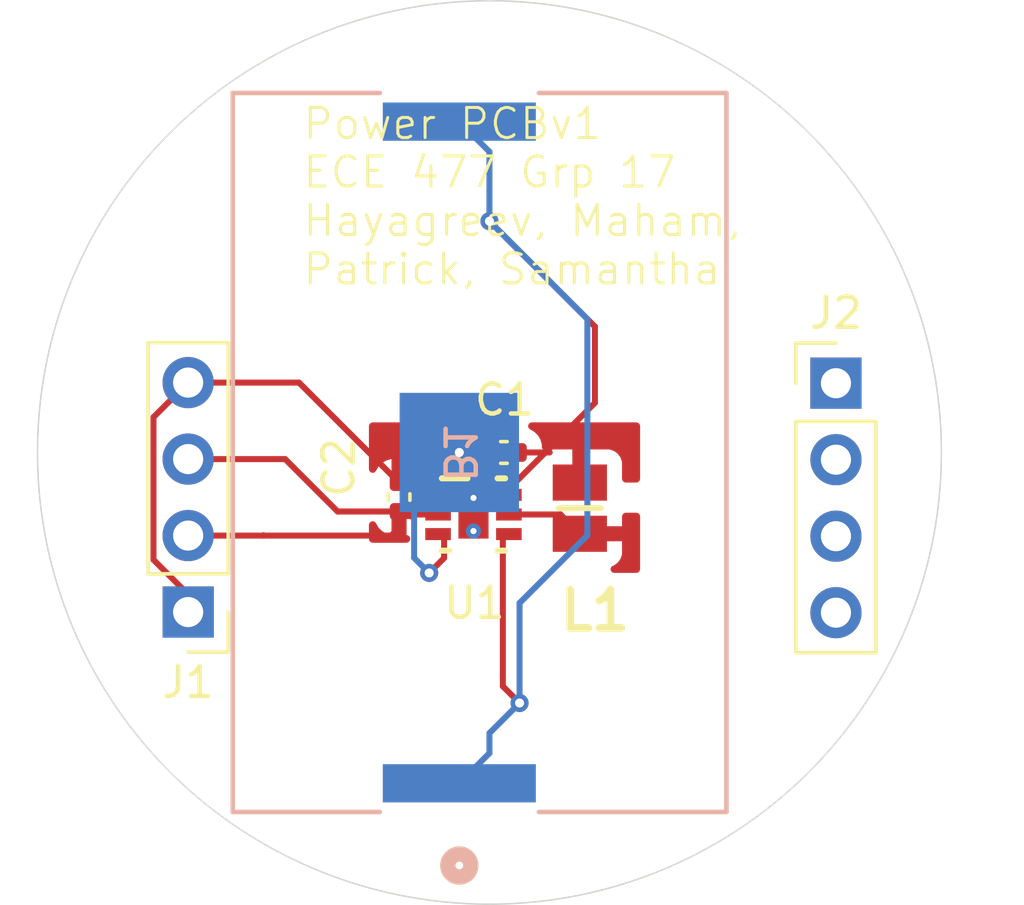
<source format=kicad_pcb>
(kicad_pcb (version 20221018) (generator pcbnew)
  (layers (0 "F.Cu" signal) (31 "B.Cu" power) (34 "B.Paste" user) (35 "F.Paste" user) (36 "B.SilkS" user "B.Silkscreen") (37 "F.SilkS" user "F.Silkscreen") (38 "B.Mask" user) (39 "F.Mask" user) (44 "Edge.Cuts" user))
  (net 0 "")
  (net 1 "GND")
  (net 2 "/Vout+")
  (net 3 "Net-(U1-EN)")
  (net 4 "Net-(U1-SW)")
  (footprint "Connector_PinHeader_2.54mm:PinHeader_1x04_P2.54mm_Vertical" (layer "F.Cu") (at 144 100.13)
    (fp_text reference "J2" (at 0 -2.33) (layer "F.SilkS"))
    (fp_text value "Conn_01x04_Pin")
    (fp_line (start -1.33 -1.33) (end 0 -1.33) (stroke (width 0.12)) (layer "F.SilkS"))
    (fp_line (start -1.33 0) (end -1.33 -1.33) (stroke (width 0.12)) (layer "F.SilkS"))
    (fp_line (start -1.33 1.27) (end -1.33 8.95) (stroke (width 0.12)) (layer "F.SilkS"))
    (fp_line (start -1.33 1.27) (end 1.33 1.27) (stroke (width 0.12)) (layer "F.SilkS"))
    (fp_line (start -1.33 8.95) (end 1.33 8.95) (stroke (width 0.12)) (layer "F.SilkS"))
    (fp_line (start 1.33 1.27) (end 1.33 8.95) (stroke (width 0.12)) (layer "F.SilkS"))
    (pad "1" thru_hole rect (at 0 0) (size 1.7 1.7) (drill 1) (layers "*.Cu" "*.Mask"))
    (pad "2" thru_hole oval (at 0 2.54) (size 1.7 1.7) (drill 1) (layers "*.Cu" "*.Mask"))
    (pad "3" thru_hole oval (at 0 5.08) (size 1.7 1.7) (drill 1) (layers "*.Cu" "*.Mask"))
    (pad "4" thru_hole oval (at 0 7.62) (size 1.7 1.7) (drill 1) (layers "*.Cu" "*.Mask"))
  )
  (footprint "Connector_PinHeader_2.54mm:PinHeader_1x04_P2.54mm_Vertical" (layer "F.Cu") (at 122.5 107.73 180)
    (fp_text reference "J1" (at 0 -2.33) (layer "F.SilkS"))
    (fp_text value "Conn_01x04_Pin")
    (fp_line (start -1.33 -1.33) (end 0 -1.33) (stroke (width 0.12)) (layer "F.SilkS"))
    (fp_line (start -1.33 0) (end -1.33 -1.33) (stroke (width 0.12)) (layer "F.SilkS"))
    (fp_line (start -1.33 1.27) (end -1.33 8.95) (stroke (width 0.12)) (layer "F.SilkS"))
    (fp_line (start -1.33 1.27) (end 1.33 1.27) (stroke (width 0.12)) (layer "F.SilkS"))
    (fp_line (start -1.33 8.95) (end 1.33 8.95) (stroke (width 0.12)) (layer "F.SilkS"))
    (fp_line (start 1.33 1.27) (end 1.33 8.95) (stroke (width 0.12)) (layer "F.SilkS"))
    (pad "1" thru_hole rect (at 0 0 180) (size 1.7 1.7) (drill 1) (layers "*.Cu" "*.Mask") (net 1 "GND"))
    (pad "2" thru_hole oval (at 0 2.54 180) (size 1.7 1.7) (drill 1) (layers "*.Cu" "*.Mask") (net 2 "/Vout+"))
    (pad "3" thru_hole oval (at 0 5.08 180) (size 1.7 1.7) (drill 1) (layers "*.Cu" "*.Mask") (net 2 "/Vout+"))
    (pad "4" thru_hole oval (at 0 7.62 180) (size 1.7 1.7) (drill 1) (layers "*.Cu" "*.Mask") (net 1 "GND"))
  )
  (footprint "TPS610995DRVR:DRV0006A" (layer "F.Cu") (at 131.969999 104.49)
    (fp_text reference "U1" (at 0.030001 2.94 unlocked) (layer "F.SilkS"))
    (fp_text value "TPS610995DRVR" hide)
    (fp_line (start -1.05 -1.2) (end -0.2 -1.2) (stroke (width 0.2)) (layer "F.SilkS"))
    (fp_line (start -1.05 1.2) (end -0.800001 1.2) (stroke (width 0.2)) (layer "F.SilkS"))
    (fp_line (start 0.800001 -1.2) (end 1.05 -1.2) (stroke (width 0.2)) (layer "F.SilkS"))
    (fp_line (start 0.800001 1.2) (end 1.05 1.2) (stroke (width 0.2)) (layer "F.SilkS"))
    (pad "1" smd rect (at -1.174999 -0.650001 90) (size 0.399999 0.849999) (layers "F.Cu" "F.Paste" "F.Mask") (net 1 "GND"))
    (pad "2" smd rect (at -1.174999 0 90) (size 0.399999 0.849999) (layers "F.Cu" "F.Paste" "F.Mask") (net 2 "/Vout+"))
    (pad "3" smd rect (at -1.174999 0.649999 90) (size 0.399999 0.849999) (layers "F.Cu" "F.Paste" "F.Mask") (net 1 "GND"))
    (pad "4" smd rect (at 1.174999 0.649999 90) (size 0.399999 0.849999) (layers "F.Cu" "F.Paste" "F.Mask") (net 3 "Net-(U1-EN)"))
    (pad "5" smd rect (at 1.174999 0 90) (size 0.399999 0.849999) (layers "F.Cu" "F.Paste" "F.Mask") (net 4 "Net-(U1-SW)"))
    (pad "6" smd rect (at 1.175 -0.650001 90) (size 0.399998 0.849998) (layers "F.Cu" "F.Paste" "F.Mask") (net 3 "Net-(U1-EN)"))
    (pad "7" smd rect (at 0 0) (size 1 1.599999) (layers "F.Cu" "F.Paste" "F.Mask") (net 1 "GND"))
    (pad "V" thru_hole circle (at 0 -0.549999) (size 0.499999 0.499999) (drill 0.2032) (layers "*.Cu" "*.Mask") (net 1 "GND"))
    (pad "V" thru_hole circle (at 0 0.549999) (size 0.499999 0.499999) (drill 0.2032) (layers "*.Cu" "*.Mask") (net 1 "GND"))
  )
  (footprint "Capacitor_SMD:C_0402_1005Metric" (layer "F.Cu") (at 132.98 102.43 180)
    (fp_text reference "C1" (at -0.02 1.75 180) (layer "F.SilkS"))
    (fp_text value "10uF")
    (fp_line (start -0.107836 -0.36) (end 0.107836 -0.36) (stroke (width 0.12)) (layer "F.SilkS"))
    (fp_line (start -0.107836 0.36) (end 0.107836 0.36) (stroke (width 0.12)) (layer "F.SilkS"))
    (pad "1" smd roundrect (at -0.48 0 180) (size 0.56 0.62) (layers "F.Cu" "F.Paste" "F.Mask") (net 3 "Net-(U1-EN)"))
    (pad "2" smd roundrect (at 0.48 0 180) (size 0.56 0.62) (layers "F.Cu" "F.Paste" "F.Mask") (net 1 "GND"))
  )
  (footprint "Inductor_TFM:INDC2016X100N" (layer "F.Cu") (at 135.5 104.28 -90)
    (fp_text reference "L1" (at 3.4 -0.5 -180) (layer "F.SilkS") (effects (font (size 1.27 1.27) (thickness 0.254))))
    (fp_text value "TFM201610GHM-2R2MTAA" hide)
    (fp_line (start 0 -0.7) (end 0 0.7) (stroke (width 0.2)) (layer "F.SilkS"))
    (pad "1" smd rect (at -0.85 0 270) (size 1.2 1.8) (layers "F.Cu" "F.Paste" "F.Mask") (net 3 "Net-(U1-EN)"))
    (pad "2" smd rect (at 0.85 0 270) (size 1.2 1.8) (layers "F.Cu" "F.Paste" "F.Mask") (net 4 "Net-(U1-SW)"))
  )
  (footprint "Capacitor_SMD:C_0402_1005Metric" (layer "F.Cu") (at 129.5 103.91 90)
    (fp_text reference "C2" (at 0.98 -2 90) (layer "F.SilkS"))
    (fp_text value "10uF")
    (fp_line (start -0.107836 -0.36) (end 0.107836 -0.36) (stroke (width 0.12)) (layer "F.SilkS"))
    (fp_line (start -0.107836 0.36) (end 0.107836 0.36) (stroke (width 0.12)) (layer "F.SilkS"))
    (pad "1" smd roundrect (at -0.48 0 90) (size 0.56 0.62) (layers "F.Cu" "F.Paste" "F.Mask") (net 2 "/Vout+"))
    (pad "2" smd roundrect (at 0.48 0 90) (size 0.56 0.62) (layers "F.Cu" "F.Paste" "F.Mask") (net 1 "GND"))
  )
  (footprint "3034:3034_KEY" (layer "B.Cu") (at 132.1731 102.43 90)
    (fp_text reference "B1" (at 0 -0.6731 270 unlocked) (layer "B.SilkS") (effects (justify mirror)))
    (fp_text value "3034")
    (fp_line (start -11.938 -8.1915) (end 11.938 -8.1915) (stroke (width 0.1524)) (layer "B.SilkS"))
    (fp_line (start -11.938 -3.312647) (end -11.938 -8.1915) (stroke (width 0.1524)) (layer "B.SilkS"))
    (fp_line (start -11.938 8.1915) (end -11.938 1.966447) (stroke (width 0.1524)) (layer "B.SilkS"))
    (fp_line (start 11.938 -8.1915) (end 11.938 -3.312647) (stroke (width 0.1524)) (layer "B.SilkS"))
    (fp_line (start 11.938 1.966447) (end 11.938 8.1915) (stroke (width 0.1524)) (layer "B.SilkS"))
    (fp_line (start 11.938 8.1915) (end -11.938 8.1915) (stroke (width 0.1524)) (layer "B.SilkS"))
    (fp_circle (center -13.716 -0.6731) (end -13.335 -0.6731) (stroke (width 0.508)) (fill none) (layer "B.SilkS"))
    (fp_circle (center -13.716 -0.6731) (end -13.335 -0.6731) (stroke (width 0.508)) (fill none) (layer "F.SilkS"))
    (pad "1" smd rect (at -10.9855 -0.6731 90) (size 1.27 5.08) (layers "B.Cu" "B.Paste" "B.Mask") (net 3 "Net-(U1-EN)"))
    (pad "2" smd rect (at 10.9855 -0.6731 90) (size 1.27 5.08) (layers "B.Cu" "B.Paste" "B.Mask") (net 3 "Net-(U1-EN)"))
    (pad "3" smd rect (at 0 -0.6731 90) (size 3.9624 3.9624) (layers "B.Cu" "B.Paste" "B.Mask") (net 1 "GND"))
  )
  (gr_circle (center 132.5 102.43) (end 141.5 114.43) (stroke (width 0.05)) (fill none) (layer "Edge.Cuts"))
  (gr_text "Power PCBv1\nECE 477 Grp 17\nHayagreev, Maham, \nPatrick, Samantha" (at 126.25 96.93) (layer "F.SilkS") (effects (font (size 1 1) (thickness 0.1)) (justify left bottom)))
  (segment (start 126.18 100.11) (end 129.5 103.43) (width 0.2) (layer "F.Cu") (net 1))
  (segment (start 130.995 105.935) (end 130.5 106.43) (width 0.2) (layer "F.Cu") (net 1))
  (segment (start 132.5 102.43) (end 131.5 102.43) (width 0.2) (layer "F.Cu") (net 1))
  (segment (start 130.995 102.935) (end 131.5 102.43) (width 0.2) (layer "F.Cu") (net 1))
  (segment (start 122.5 100.11) (end 126.18 100.11) (width 0.2) (layer "F.Cu") (net 1))
  (segment (start 130.995 105.139999) (end 130.995 105.935) (width 0.2) (layer "F.Cu") (net 1))
  (segment (start 130.745001 103.59) (end 130.995 103.839999) (width 0.2) (layer "F.Cu") (net 1))
  (segment (start 129.5 103.59) (end 130.745001 103.59) (width 0.2) (layer "F.Cu") (net 1))
  (segment (start 121.35 101.26) (end 122.5 100.11) (width 0.2) (layer "F.Cu") (net 1))
  (segment (start 121.35 105.992763) (end 121.35 101.26) (width 0.2) (layer "F.Cu") (net 1))
  (segment (start 122.5 107.73) (end 122.5 107.142763) (width 0.2) (layer "F.Cu") (net 1))
  (segment (start 122.5 107.142763) (end 121.35 105.992763) (width 0.2) (layer "F.Cu") (net 1))
  (segment (start 130.995 103.839999) (end 130.995 102.935) (width 0.2) (layer "F.Cu") (net 1))
  (via (at 130.5 106.43) (size 0.6) (drill 0.3) (layers "F.Cu" "B.Cu") (net 1))
  (via (at 131.5 102.43) (size 0.6) (drill 0.3) (layers "F.Cu" "B.Cu") (net 1))
  (segment (start 130 103.93) (end 131.5 102.43) (width 0.2) (layer "B.Cu") (net 1))
  (segment (start 130 105.93) (end 130 103.93) (width 0.2) (layer "B.Cu") (net 1))
  (segment (start 130.5 106.43) (end 130 105.93) (width 0.2) (layer "B.Cu") (net 1))
  (segment (start 125.01 105.19) (end 129.24 105.19) (width 0.2) (layer "F.Cu") (net 2))
  (segment (start 122.5 105.19) (end 125.01 105.19) (width 0.2) (layer "F.Cu") (net 2))
  (segment (start 125 105.18) (end 125.01 105.19) (width 0.2) (layer "F.Cu") (net 2))
  (segment (start 125.72 102.65) (end 127.46 104.39) (width 0.2) (layer "F.Cu") (net 2))
  (segment (start 130.995 104.49) (end 129.76 104.49) (width 0.2) (layer "F.Cu") (net 2))
  (segment (start 122.5 102.65) (end 125.72 102.65) (width 0.2) (layer "F.Cu") (net 2))
  (segment (start 129.5 104.93) (end 129.5 104.39) (width 0.2) (layer "F.Cu") (net 2))
  (segment (start 129.76 104.49) (end 129.5 104.23) (width 0.2) (layer "F.Cu") (net 2))
  (segment (start 129.24 105.19) (end 129.5 104.93) (width 0.2) (layer "F.Cu") (net 2))
  (segment (start 127.46 104.39) (end 129.5 104.39) (width 0.2) (layer "F.Cu") (net 2))
  (segment (start 132.944998 110.194998) (end 132.944998 105.139999) (width 0.2) (layer "F.Cu") (net 3))
  (segment (start 133.5 110.75) (end 132.944998 110.194998) (width 0.2) (layer "F.Cu") (net 3))
  (segment (start 136 100.784997) (end 132.944998 103.839999) (width 0.2) (layer "F.Cu") (net 3))
  (segment (start 136 98.25) (end 136 100.784997) (width 0.2) (layer "F.Cu") (net 3))
  (segment (start 133.46 102.43) (end 134.5 102.43) (width 0.2) (layer "F.Cu") (net 3))
  (segment (start 132.5 94.75) (end 136 98.25) (width 0.2) (layer "F.Cu") (net 3))
  (via (at 133.5 110.75) (size 0.6) (drill 0.3) (layers "F.Cu" "B.Cu") (net 3))
  (via (at 132.5 94.75) (size 0.6) (drill 0.3) (layers "F.Cu" "B.Cu") (net 3))
  (segment (start 133.5 110.75) (end 133.5 107.43) (width 0.2) (layer "B.Cu") (net 3))
  (segment (start 132.5 112.4155) (end 131.5 113.4155) (width 0.2) (layer "B.Cu") (net 3))
  (segment (start 132.5 92.4445) (end 131.5 91.4445) (width 0.2) (layer "B.Cu") (net 3))
  (segment (start 132.5 94.75) (end 132.5 92.4445) (width 0.2) (layer "B.Cu") (net 3))
  (segment (start 133.5 107.43) (end 135.75 105.18) (width 0.2) (layer "B.Cu") (net 3))
  (segment (start 132.5 111.75) (end 132.5 112.4155) (width 0.2) (layer "B.Cu") (net 3))
  (segment (start 133.5 110.75) (end 132.5 111.75) (width 0.2) (layer "B.Cu") (net 3))
  (segment (start 135.75 105.18) (end 135.75 98) (width 0.2) (layer "B.Cu") (net 3))
  (segment (start 135.75 98) (end 132.5 94.75) (width 0.2) (layer "B.Cu") (net 3))
  (segment (start 134.86 104.49) (end 135.5 105.13) (width 0.2) (layer "F.Cu") (net 4))
  (segment (start 132.944998 104.49) (end 134.86 104.49) (width 0.2) (layer "F.Cu") (net 4))
  (zone (net 2) (net_name "/Vout+") (layer "F.Cu") (priority 3) (connect_pads (clearance 0.5)) (min_thickness 0.25) (fill yes (thermal_gap 0.5) (thermal_bridge_width 0.5))
    (polygon (pts (xy 128.5 104.18) (xy 130.5 104.18) (xy 130.5 105.43) (xy 128.5 105.43)))
  )
  (zone (net 4) (net_name "Net-(U1-SW)") (layer "F.Cu") (priority 1) (connect_pads (clearance 0.5)) (min_thickness 0.25) (fill yes (thermal_gap 0.5) (thermal_bridge_width 0.5))
    (polygon (pts (xy 137.5 104.43) (xy 137.5 106.43) (xy 133.5 106.43) (xy 133.5 104.43)))
  )
  (zone (net 1) (net_name "GND") (layer "F.Cu") (priority 2) (connect_pads (clearance 0.5)) (min_thickness 0.25) (fill yes (thermal_gap 0.5) (thermal_bridge_width 0.5))
    (polygon (pts (xy 132.5 101.43) (xy 132.5 103.93) (xy 128.5 103.93) (xy 128.5 101.43)))
  )
  (zone (net 3) (net_name "Net-(U1-EN)") (layer "F.Cu") (connect_pads (clearance 0.5)) (min_thickness 0.25) (fill yes (thermal_gap 0.5) (thermal_bridge_width 0.5))
    (polygon (pts (xy 137.5 101.43) (xy 137.5 103.43) (xy 133.5 103.43) (xy 133.5 101.43)))
  )
)
</source>
